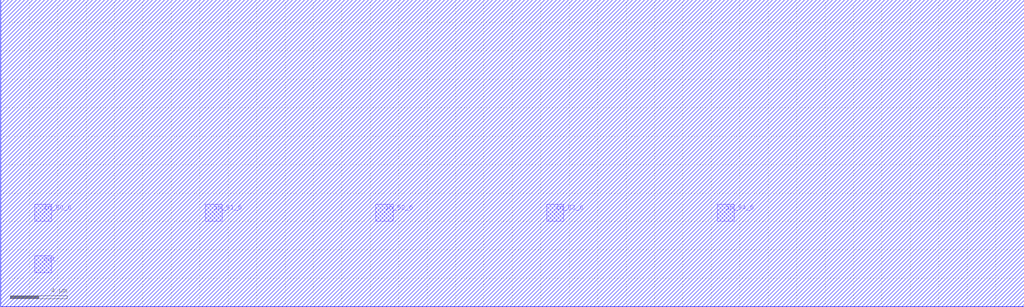
<source format=lef>
VERSION 5.6 ;

BUSBITCHARS "[]" ;

DIVIDERCHAR "/" ;

UNITS
    DATABASE MICRONS 2000 ;
END UNITS

MANUFACTURINGGRID 0.000500 ; 

CLEARANCEMEASURE EUCLIDEAN ; 

USEMINSPACING OBS ON ; 

SITE CoreSite
    CLASS CORE ;
    SIZE 2.400000 BY 2.400000 ;
END CoreSite

LAYER m1
   TYPE ROUTING ;
   DIRECTION HORIZONTAL ;
   MINWIDTH 1.200000 ;
   AREA 0.810000 ;
   WIDTH 1.200000 ;
   SPACING 1.200000 ;
   PITCH 2.400000 2.400000 ;
END m1

LAYER v1
    TYPE CUT ;
    SPACING 0.900000 ;
    WIDTH 0.600000 ;
END v1

LAYER m2
   TYPE ROUTING ;
   DIRECTION VERTICAL ;
   MINWIDTH 1.200000 ;
   AREA 0.810000 ;
   WIDTH 1.200000 ;
   SPACING 1.200000 ;
   PITCH 2.400000 2.400000 ;
END m2

LAYER v2
    TYPE CUT ;
    SPACING 0.900000 ;
    WIDTH 0.600000 ;
END v2

LAYER m3
   TYPE ROUTING ;
   DIRECTION HORIZONTAL ;
   MINWIDTH 1.800000 ;
   AREA 2.250000 ;
   WIDTH 1.800000 ;
   SPACING 1.200000 ;
   PITCH 3.000000 3.000000 ;
END m3

LAYER v3
    TYPE CUT ;
    SPACING 0.900000 ;
    WIDTH 0.600000 ;
END v3

LAYER m4
   TYPE ROUTING ;
   DIRECTION VERTICAL ;
   MINWIDTH 1.200000 ;
   AREA 0.810000 ;
   WIDTH 1.200000 ;
   SPACING 1.200000 ;
   PITCH 2.400000 2.400000 ;
END m4

LAYER v4
    TYPE CUT ;
    SPACING 0.900000 ;
    WIDTH 0.600000 ;
END v4

LAYER m5
   TYPE ROUTING ;
   DIRECTION HORIZONTAL ;
   MINWIDTH 1.800000 ;
   AREA 2.250000 ;
   WIDTH 1.800000 ;
   SPACING 1.200000 ;
   PITCH 3.000000 3.000000 ;
END m5


VIA v1_C DEFAULT
   LAYER m1 ;
     RECT -0.600000 -0.600000 0.600000 0.600000 ;
   LAYER v1 ;
     RECT -0.300000 -0.300000 0.300000 0.300000 ;
   LAYER m2 ;
     RECT -0.600000 -0.600000 0.600000 0.600000 ;
END v1_C

VIA v2_C DEFAULT
   LAYER m2 ;
     RECT -0.600000 -0.600000 0.600000 0.600000 ;
   LAYER v2 ;
     RECT -0.300000 -0.300000 0.300000 0.300000 ;
   LAYER m3 ;
     RECT -0.600000 -0.600000 0.600000 0.600000 ;
END v2_C

VIA v3_C DEFAULT
   LAYER m3 ;
     RECT -0.600000 -0.600000 0.600000 0.600000 ;
   LAYER v3 ;
     RECT -0.300000 -0.300000 0.300000 0.300000 ;
   LAYER m4 ;
     RECT -0.600000 -0.600000 0.600000 0.600000 ;
END v3_C

VIA v4_C DEFAULT
   LAYER m4 ;
     RECT -0.600000 -0.600000 0.600000 0.600000 ;
   LAYER v4 ;
     RECT -0.300000 -0.300000 0.300000 0.300000 ;
   LAYER m5 ;
     RECT -0.600000 -0.600000 0.600000 0.600000 ;
END v4_C

MACRO _0_0cell_0_0g1x0
    CLASS CORE ;
    FOREIGN _0_0cell_0_0g1x0 0.000000 0.000000 ;
    ORIGIN 0.000000 0.000000 ;
    SIZE 7.200000 BY 12.000000 ;
    SYMMETRY X Y ;
    SITE CoreSite ;
    PIN in_50_6
        DIRECTION INPUT ;
        USE SIGNAL ;
        PORT
        LAYER m2 ;
        RECT 2.400000 6.000000 3.600000 7.200000 ;
        END
    END in_50_6
    PIN out
        DIRECTION OUTPUT ;
        USE SIGNAL ;
        PORT
        LAYER m2 ;
        RECT 2.400000 2.400000 3.600000 3.600000 ;
        END
    END out
END _0_0cell_0_0g1x0

MACRO _0_0cell_0_0g1x0_plug
    CLASS CORE ;
    FOREIGN _0_0cell_0_0g1x0_plug 0.000000 0.000000 ;
    ORIGIN 0.000000 0.000000 ;
    SIZE 7.200000 BY 21.600000 ;
    SYMMETRY X Y ;
    SITE CoreSite ;
    PIN in_50_6
        DIRECTION INPUT ;
        USE SIGNAL ;
        PORT
        LAYER m2 ;
        RECT 2.400000 6.000000 3.600000 7.200000 ;
        END
    END in_50_6
    PIN out
        DIRECTION OUTPUT ;
        USE SIGNAL ;
        PORT
        LAYER m2 ;
        RECT 2.400000 2.400000 3.600000 3.600000 ;
        END
    END out
END _0_0cell_0_0g1x0_plug

MACRO _0_0cell_0_0g0x0
    CLASS CORE ;
    FOREIGN _0_0cell_0_0g0x0 0.000000 0.000000 ;
    ORIGIN 0.000000 0.000000 ;
    SIZE 28.800000 BY 12.000000 ;
    SYMMETRY X Y ;
    SITE CoreSite ;
    PIN in_50_6
        DIRECTION INPUT ;
        USE SIGNAL ;
        PORT
        LAYER m2 ;
        RECT 2.400000 6.000000 3.600000 7.200000 ;
        END
    END in_50_6
    PIN in_51_6
        DIRECTION INPUT ;
        USE SIGNAL ;
        PORT
        LAYER m2 ;
        RECT 14.400000 6.000000 15.600000 7.200000 ;
        END
    END in_51_6
    PIN out
        DIRECTION OUTPUT ;
        USE SIGNAL ;
        PORT
        LAYER m2 ;
        RECT 2.400000 2.400000 3.600000 3.600000 ;
        END
    END out
END _0_0cell_0_0g0x0

MACRO _0_0cell_0_0g0x0_plug
    CLASS CORE ;
    FOREIGN _0_0cell_0_0g0x0_plug 0.000000 0.000000 ;
    ORIGIN 0.000000 0.000000 ;
    SIZE 28.800000 BY 21.600000 ;
    SYMMETRY X Y ;
    SITE CoreSite ;
    PIN in_50_6
        DIRECTION INPUT ;
        USE SIGNAL ;
        PORT
        LAYER m2 ;
        RECT 2.400000 6.000000 3.600000 7.200000 ;
        END
    END in_50_6
    PIN in_51_6
        DIRECTION INPUT ;
        USE SIGNAL ;
        PORT
        LAYER m2 ;
        RECT 14.400000 6.000000 15.600000 7.200000 ;
        END
    END in_51_6
    PIN out
        DIRECTION OUTPUT ;
        USE SIGNAL ;
        PORT
        LAYER m2 ;
        RECT 2.400000 2.400000 3.600000 3.600000 ;
        END
    END out
END _0_0cell_0_0g0x0_plug

MACRO _0_0cell_0_0g2x0
    CLASS CORE ;
    FOREIGN _0_0cell_0_0g2x0 0.000000 0.000000 ;
    ORIGIN 0.000000 0.000000 ;
    SIZE 48.000000 BY 12.000000 ;
    SYMMETRY X Y ;
    SITE CoreSite ;
    PIN in_50_6
        DIRECTION INPUT ;
        USE SIGNAL ;
        PORT
        LAYER m2 ;
        RECT 2.400000 6.000000 3.600000 7.200000 ;
        END
    END in_50_6
    PIN in_51_6
        DIRECTION INPUT ;
        USE SIGNAL ;
        PORT
        LAYER m2 ;
        RECT 9.600000 6.000000 10.800000 7.200000 ;
        END
    END in_51_6
    PIN in_52_6
        DIRECTION INPUT ;
        USE SIGNAL ;
        PORT
        LAYER m2 ;
        RECT 16.800000 6.000000 18.000000 7.200000 ;
        END
    END in_52_6
    PIN in_53_6
        DIRECTION INPUT ;
        USE SIGNAL ;
        PORT
        LAYER m2 ;
        RECT 24.000000 6.000000 25.200000 7.200000 ;
        END
    END in_53_6
    PIN in_54_6
        DIRECTION INPUT ;
        USE SIGNAL ;
        PORT
        LAYER m2 ;
        RECT 31.200000 6.000000 32.400000 7.200000 ;
        END
    END in_54_6
    PIN out
        DIRECTION OUTPUT ;
        USE SIGNAL ;
        PORT
        LAYER m2 ;
        RECT 2.400000 2.400000 3.600000 3.600000 ;
        END
    END out
END _0_0cell_0_0g2x0

MACRO _0_0cell_0_0g2x0_plug
    CLASS CORE ;
    FOREIGN _0_0cell_0_0g2x0_plug 0.000000 0.000000 ;
    ORIGIN 0.000000 0.000000 ;
    SIZE 48.000000 BY 21.600000 ;
    SYMMETRY X Y ;
    SITE CoreSite ;
    PIN in_50_6
        DIRECTION INPUT ;
        USE SIGNAL ;
        PORT
        LAYER m2 ;
        RECT 2.400000 6.000000 3.600000 7.200000 ;
        END
    END in_50_6
    PIN in_51_6
        DIRECTION INPUT ;
        USE SIGNAL ;
        PORT
        LAYER m2 ;
        RECT 9.600000 6.000000 10.800000 7.200000 ;
        END
    END in_51_6
    PIN in_52_6
        DIRECTION INPUT ;
        USE SIGNAL ;
        PORT
        LAYER m2 ;
        RECT 16.800000 6.000000 18.000000 7.200000 ;
        END
    END in_52_6
    PIN in_53_6
        DIRECTION INPUT ;
        USE SIGNAL ;
        PORT
        LAYER m2 ;
        RECT 24.000000 6.000000 25.200000 7.200000 ;
        END
    END in_53_6
    PIN in_54_6
        DIRECTION INPUT ;
        USE SIGNAL ;
        PORT
        LAYER m2 ;
        RECT 31.200000 6.000000 32.400000 7.200000 ;
        END
    END in_54_6
    PIN out
        DIRECTION OUTPUT ;
        USE SIGNAL ;
        PORT
        LAYER m2 ;
        RECT 2.400000 2.400000 3.600000 3.600000 ;
        END
    END out
END _0_0cell_0_0g2x0_plug

MACRO _0_0cell_0_0g5x0
    CLASS CORE ;
    FOREIGN _0_0cell_0_0g5x0 0.000000 0.000000 ;
    ORIGIN 0.000000 0.000000 ;
    SIZE 12.000000 BY 12.000000 ;
    SYMMETRY X Y ;
    SITE CoreSite ;
    PIN in_50_6
        DIRECTION INPUT ;
        USE SIGNAL ;
        PORT
        LAYER m2 ;
        RECT 2.400000 6.000000 3.600000 7.200000 ;
        END
    END in_50_6
    PIN in_51_6
        DIRECTION INPUT ;
        USE SIGNAL ;
        PORT
        LAYER m2 ;
        RECT 4.800000 6.000000 6.000000 7.200000 ;
        END
    END in_51_6
    PIN in_52_6
        DIRECTION INPUT ;
        USE SIGNAL ;
        PORT
        LAYER m2 ;
        RECT 7.200000 6.000000 8.400000 7.200000 ;
        END
    END in_52_6
    PIN out
        DIRECTION OUTPUT ;
        USE SIGNAL ;
        PORT
        LAYER m2 ;
        RECT 2.400000 2.400000 3.600000 3.600000 ;
        END
    END out
END _0_0cell_0_0g5x0

MACRO _0_0cell_0_0g5x0_plug
    CLASS CORE ;
    FOREIGN _0_0cell_0_0g5x0_plug 0.000000 0.000000 ;
    ORIGIN 0.000000 0.000000 ;
    SIZE 12.000000 BY 21.600000 ;
    SYMMETRY X Y ;
    SITE CoreSite ;
    PIN in_50_6
        DIRECTION INPUT ;
        USE SIGNAL ;
        PORT
        LAYER m2 ;
        RECT 2.400000 6.000000 3.600000 7.200000 ;
        END
    END in_50_6
    PIN in_51_6
        DIRECTION INPUT ;
        USE SIGNAL ;
        PORT
        LAYER m2 ;
        RECT 4.800000 6.000000 6.000000 7.200000 ;
        END
    END in_51_6
    PIN in_52_6
        DIRECTION INPUT ;
        USE SIGNAL ;
        PORT
        LAYER m2 ;
        RECT 7.200000 6.000000 8.400000 7.200000 ;
        END
    END in_52_6
    PIN out
        DIRECTION OUTPUT ;
        USE SIGNAL ;
        PORT
        LAYER m2 ;
        RECT 2.400000 2.400000 3.600000 3.600000 ;
        END
    END out
END _0_0cell_0_0g5x0_plug

MACRO _0_0cell_0_0g3x0
    CLASS CORE ;
    FOREIGN _0_0cell_0_0g3x0 0.000000 0.000000 ;
    ORIGIN 0.000000 0.000000 ;
    SIZE 60.000000 BY 12.000000 ;
    SYMMETRY X Y ;
    SITE CoreSite ;
    PIN in_50_6
        DIRECTION INPUT ;
        USE SIGNAL ;
        PORT
        LAYER m2 ;
        RECT 2.400000 6.000000 3.600000 7.200000 ;
        END
    END in_50_6
    PIN in_51_6
        DIRECTION INPUT ;
        USE SIGNAL ;
        PORT
        LAYER m2 ;
        RECT 12.000000 6.000000 13.200000 7.200000 ;
        END
    END in_51_6
    PIN in_52_6
        DIRECTION INPUT ;
        USE SIGNAL ;
        PORT
        LAYER m2 ;
        RECT 21.600000 6.000000 22.800000 7.200000 ;
        END
    END in_52_6
    PIN in_53_6
        DIRECTION INPUT ;
        USE SIGNAL ;
        PORT
        LAYER m2 ;
        RECT 31.200000 6.000000 32.400000 7.200000 ;
        END
    END in_53_6
    PIN in_54_6
        DIRECTION INPUT ;
        USE SIGNAL ;
        PORT
        LAYER m2 ;
        RECT 40.800000 6.000000 42.000000 7.200000 ;
        END
    END in_54_6
    PIN out
        DIRECTION OUTPUT ;
        USE SIGNAL ;
        PORT
        LAYER m2 ;
        RECT 2.400000 2.400000 3.600000 3.600000 ;
        END
    END out
END _0_0cell_0_0g3x0

MACRO _0_0cell_0_0g3x0_plug
    CLASS CORE ;
    FOREIGN _0_0cell_0_0g3x0_plug 0.000000 0.000000 ;
    ORIGIN 0.000000 0.000000 ;
    SIZE 60.000000 BY 21.600000 ;
    SYMMETRY X Y ;
    SITE CoreSite ;
    PIN in_50_6
        DIRECTION INPUT ;
        USE SIGNAL ;
        PORT
        LAYER m2 ;
        RECT 2.400000 6.000000 3.600000 7.200000 ;
        END
    END in_50_6
    PIN in_51_6
        DIRECTION INPUT ;
        USE SIGNAL ;
        PORT
        LAYER m2 ;
        RECT 12.000000 6.000000 13.200000 7.200000 ;
        END
    END in_51_6
    PIN in_52_6
        DIRECTION INPUT ;
        USE SIGNAL ;
        PORT
        LAYER m2 ;
        RECT 21.600000 6.000000 22.800000 7.200000 ;
        END
    END in_52_6
    PIN in_53_6
        DIRECTION INPUT ;
        USE SIGNAL ;
        PORT
        LAYER m2 ;
        RECT 31.200000 6.000000 32.400000 7.200000 ;
        END
    END in_53_6
    PIN in_54_6
        DIRECTION INPUT ;
        USE SIGNAL ;
        PORT
        LAYER m2 ;
        RECT 40.800000 6.000000 42.000000 7.200000 ;
        END
    END in_54_6
    PIN out
        DIRECTION OUTPUT ;
        USE SIGNAL ;
        PORT
        LAYER m2 ;
        RECT 2.400000 2.400000 3.600000 3.600000 ;
        END
    END out
END _0_0cell_0_0g3x0_plug

MACRO _0_0cell_0_0g4x0
    CLASS CORE ;
    FOREIGN _0_0cell_0_0g4x0 0.000000 0.000000 ;
    ORIGIN 0.000000 0.000000 ;
    SIZE 72.000000 BY 12.000000 ;
    SYMMETRY X Y ;
    SITE CoreSite ;
    PIN in_50_6
        DIRECTION INPUT ;
        USE SIGNAL ;
        PORT
        LAYER m2 ;
        RECT 2.400000 6.000000 3.600000 7.200000 ;
        END
    END in_50_6
    PIN in_51_6
        DIRECTION INPUT ;
        USE SIGNAL ;
        PORT
        LAYER m2 ;
        RECT 14.400000 6.000000 15.600000 7.200000 ;
        END
    END in_51_6
    PIN in_52_6
        DIRECTION INPUT ;
        USE SIGNAL ;
        PORT
        LAYER m2 ;
        RECT 26.400000 6.000000 27.600000 7.200000 ;
        END
    END in_52_6
    PIN in_53_6
        DIRECTION INPUT ;
        USE SIGNAL ;
        PORT
        LAYER m2 ;
        RECT 38.400000 6.000000 39.600000 7.200000 ;
        END
    END in_53_6
    PIN in_54_6
        DIRECTION INPUT ;
        USE SIGNAL ;
        PORT
        LAYER m2 ;
        RECT 50.400000 6.000000 51.600000 7.200000 ;
        END
    END in_54_6
    PIN out
        DIRECTION OUTPUT ;
        USE SIGNAL ;
        PORT
        LAYER m2 ;
        RECT 2.400000 2.400000 3.600000 3.600000 ;
        END
    END out
END _0_0cell_0_0g4x0

MACRO _0_0cell_0_0g4x0_plug
    CLASS CORE ;
    FOREIGN _0_0cell_0_0g4x0_plug 0.000000 0.000000 ;
    ORIGIN 0.000000 0.000000 ;
    SIZE 72.000000 BY 21.600000 ;
    SYMMETRY X Y ;
    SITE CoreSite ;
    PIN in_50_6
        DIRECTION INPUT ;
        USE SIGNAL ;
        PORT
        LAYER m2 ;
        RECT 2.400000 6.000000 3.600000 7.200000 ;
        END
    END in_50_6
    PIN in_51_6
        DIRECTION INPUT ;
        USE SIGNAL ;
        PORT
        LAYER m2 ;
        RECT 14.400000 6.000000 15.600000 7.200000 ;
        END
    END in_51_6
    PIN in_52_6
        DIRECTION INPUT ;
        USE SIGNAL ;
        PORT
        LAYER m2 ;
        RECT 26.400000 6.000000 27.600000 7.200000 ;
        END
    END in_52_6
    PIN in_53_6
        DIRECTION INPUT ;
        USE SIGNAL ;
        PORT
        LAYER m2 ;
        RECT 38.400000 6.000000 39.600000 7.200000 ;
        END
    END in_53_6
    PIN in_54_6
        DIRECTION INPUT ;
        USE SIGNAL ;
        PORT
        LAYER m2 ;
        RECT 50.400000 6.000000 51.600000 7.200000 ;
        END
    END in_54_6
    PIN out
        DIRECTION OUTPUT ;
        USE SIGNAL ;
        PORT
        LAYER m2 ;
        RECT 2.400000 2.400000 3.600000 3.600000 ;
        END
    END out
END _0_0cell_0_0g4x0_plug

MACRO _0_0cell_0_0g8x0
    CLASS CORE ;
    FOREIGN _0_0cell_0_0g8x0 0.000000 0.000000 ;
    ORIGIN 0.000000 0.000000 ;
    SIZE 36.000000 BY 12.000000 ;
    SYMMETRY X Y ;
    SITE CoreSite ;
    PIN in_50_6
        DIRECTION INPUT ;
        USE SIGNAL ;
        PORT
        LAYER m2 ;
        RECT 2.400000 6.000000 3.600000 7.200000 ;
        END
    END in_50_6
    PIN in_51_6
        DIRECTION INPUT ;
        USE SIGNAL ;
        PORT
        LAYER m2 ;
        RECT 9.600000 6.000000 10.800000 7.200000 ;
        END
    END in_51_6
    PIN in_52_6
        DIRECTION INPUT ;
        USE SIGNAL ;
        PORT
        LAYER m2 ;
        RECT 16.800000 6.000000 18.000000 7.200000 ;
        END
    END in_52_6
    PIN in_53_6
        DIRECTION INPUT ;
        USE SIGNAL ;
        PORT
        LAYER m2 ;
        RECT 24.000000 6.000000 25.200000 7.200000 ;
        END
    END in_53_6
    PIN out
        DIRECTION OUTPUT ;
        USE SIGNAL ;
        PORT
        LAYER m2 ;
        RECT 2.400000 2.400000 3.600000 3.600000 ;
        END
    END out
END _0_0cell_0_0g8x0

MACRO _0_0cell_0_0g8x0_plug
    CLASS CORE ;
    FOREIGN _0_0cell_0_0g8x0_plug 0.000000 0.000000 ;
    ORIGIN 0.000000 0.000000 ;
    SIZE 36.000000 BY 21.600000 ;
    SYMMETRY X Y ;
    SITE CoreSite ;
    PIN in_50_6
        DIRECTION INPUT ;
        USE SIGNAL ;
        PORT
        LAYER m2 ;
        RECT 2.400000 6.000000 3.600000 7.200000 ;
        END
    END in_50_6
    PIN in_51_6
        DIRECTION INPUT ;
        USE SIGNAL ;
        PORT
        LAYER m2 ;
        RECT 9.600000 6.000000 10.800000 7.200000 ;
        END
    END in_51_6
    PIN in_52_6
        DIRECTION INPUT ;
        USE SIGNAL ;
        PORT
        LAYER m2 ;
        RECT 16.800000 6.000000 18.000000 7.200000 ;
        END
    END in_52_6
    PIN in_53_6
        DIRECTION INPUT ;
        USE SIGNAL ;
        PORT
        LAYER m2 ;
        RECT 24.000000 6.000000 25.200000 7.200000 ;
        END
    END in_53_6
    PIN out
        DIRECTION OUTPUT ;
        USE SIGNAL ;
        PORT
        LAYER m2 ;
        RECT 2.400000 2.400000 3.600000 3.600000 ;
        END
    END out
END _0_0cell_0_0g8x0_plug

MACRO _0_0cell_0_0g6x0
    CLASS CORE ;
    FOREIGN _0_0cell_0_0g6x0 0.000000 0.000000 ;
    ORIGIN 0.000000 0.000000 ;
    SIZE 31.200000 BY 12.000000 ;
    SYMMETRY X Y ;
    SITE CoreSite ;
    PIN in_50_6
        DIRECTION INPUT ;
        USE SIGNAL ;
        PORT
        LAYER m2 ;
        RECT 2.400000 6.000000 3.600000 7.200000 ;
        END
    END in_50_6
    PIN in_51_6
        DIRECTION INPUT ;
        USE SIGNAL ;
        PORT
        LAYER m2 ;
        RECT 9.600000 6.000000 10.800000 7.200000 ;
        END
    END in_51_6
    PIN in_52_6
        DIRECTION INPUT ;
        USE SIGNAL ;
        PORT
        LAYER m2 ;
        RECT 16.800000 6.000000 18.000000 7.200000 ;
        END
    END in_52_6
    PIN out
        DIRECTION OUTPUT ;
        USE SIGNAL ;
        PORT
        LAYER m2 ;
        RECT 2.400000 2.400000 3.600000 3.600000 ;
        END
    END out
END _0_0cell_0_0g6x0

MACRO _0_0cell_0_0g6x0_plug
    CLASS CORE ;
    FOREIGN _0_0cell_0_0g6x0_plug 0.000000 0.000000 ;
    ORIGIN 0.000000 0.000000 ;
    SIZE 31.200000 BY 21.600000 ;
    SYMMETRY X Y ;
    SITE CoreSite ;
    PIN in_50_6
        DIRECTION INPUT ;
        USE SIGNAL ;
        PORT
        LAYER m2 ;
        RECT 2.400000 6.000000 3.600000 7.200000 ;
        END
    END in_50_6
    PIN in_51_6
        DIRECTION INPUT ;
        USE SIGNAL ;
        PORT
        LAYER m2 ;
        RECT 9.600000 6.000000 10.800000 7.200000 ;
        END
    END in_51_6
    PIN in_52_6
        DIRECTION INPUT ;
        USE SIGNAL ;
        PORT
        LAYER m2 ;
        RECT 16.800000 6.000000 18.000000 7.200000 ;
        END
    END in_52_6
    PIN out
        DIRECTION OUTPUT ;
        USE SIGNAL ;
        PORT
        LAYER m2 ;
        RECT 2.400000 2.400000 3.600000 3.600000 ;
        END
    END out
END _0_0cell_0_0g6x0_plug

MACRO _0_0cell_0_0g7x0
    CLASS CORE ;
    FOREIGN _0_0cell_0_0g7x0 0.000000 0.000000 ;
    ORIGIN 0.000000 0.000000 ;
    SIZE 9.600000 BY 12.000000 ;
    SYMMETRY X Y ;
    SITE CoreSite ;
    PIN in_50_6
        DIRECTION INPUT ;
        USE SIGNAL ;
        PORT
        LAYER m2 ;
        RECT 2.400000 6.000000 3.600000 7.200000 ;
        END
    END in_50_6
    PIN in_51_6
        DIRECTION INPUT ;
        USE SIGNAL ;
        PORT
        LAYER m2 ;
        RECT 4.800000 6.000000 6.000000 7.200000 ;
        END
    END in_51_6
    PIN out
        DIRECTION OUTPUT ;
        USE SIGNAL ;
        PORT
        LAYER m2 ;
        RECT 2.400000 2.400000 3.600000 3.600000 ;
        END
    END out
END _0_0cell_0_0g7x0

MACRO _0_0cell_0_0g7x0_plug
    CLASS CORE ;
    FOREIGN _0_0cell_0_0g7x0_plug 0.000000 0.000000 ;
    ORIGIN 0.000000 0.000000 ;
    SIZE 9.600000 BY 21.600000 ;
    SYMMETRY X Y ;
    SITE CoreSite ;
    PIN in_50_6
        DIRECTION INPUT ;
        USE SIGNAL ;
        PORT
        LAYER m2 ;
        RECT 2.400000 6.000000 3.600000 7.200000 ;
        END
    END in_50_6
    PIN in_51_6
        DIRECTION INPUT ;
        USE SIGNAL ;
        PORT
        LAYER m2 ;
        RECT 4.800000 6.000000 6.000000 7.200000 ;
        END
    END in_51_6
    PIN out
        DIRECTION OUTPUT ;
        USE SIGNAL ;
        PORT
        LAYER m2 ;
        RECT 2.400000 2.400000 3.600000 3.600000 ;
        END
    END out
END _0_0cell_0_0g7x0_plug

MACRO _0_0cell_0_0g9x0
    CLASS CORE ;
    FOREIGN _0_0cell_0_0g9x0 0.000000 0.000000 ;
    ORIGIN 0.000000 0.000000 ;
    SIZE 28.800000 BY 12.000000 ;
    SYMMETRY X Y ;
    SITE CoreSite ;
    PIN in_50_6
        DIRECTION INPUT ;
        USE SIGNAL ;
        PORT
        LAYER m2 ;
        RECT 2.400000 6.000000 3.600000 7.200000 ;
        END
    END in_50_6
    PIN in_51_6
        DIRECTION INPUT ;
        USE SIGNAL ;
        PORT
        LAYER m2 ;
        RECT 9.600000 6.000000 10.800000 7.200000 ;
        END
    END in_51_6
    PIN in_52_6
        DIRECTION INPUT ;
        USE SIGNAL ;
        PORT
        LAYER m2 ;
        RECT 16.800000 6.000000 18.000000 7.200000 ;
        END
    END in_52_6
    PIN out
        DIRECTION OUTPUT ;
        USE SIGNAL ;
        PORT
        LAYER m2 ;
        RECT 2.400000 2.400000 3.600000 3.600000 ;
        END
    END out
END _0_0cell_0_0g9x0

MACRO _0_0cell_0_0g9x0_plug
    CLASS CORE ;
    FOREIGN _0_0cell_0_0g9x0_plug 0.000000 0.000000 ;
    ORIGIN 0.000000 0.000000 ;
    SIZE 28.800000 BY 21.600000 ;
    SYMMETRY X Y ;
    SITE CoreSite ;
    PIN in_50_6
        DIRECTION INPUT ;
        USE SIGNAL ;
        PORT
        LAYER m2 ;
        RECT 2.400000 6.000000 3.600000 7.200000 ;
        END
    END in_50_6
    PIN in_51_6
        DIRECTION INPUT ;
        USE SIGNAL ;
        PORT
        LAYER m2 ;
        RECT 9.600000 6.000000 10.800000 7.200000 ;
        END
    END in_51_6
    PIN in_52_6
        DIRECTION INPUT ;
        USE SIGNAL ;
        PORT
        LAYER m2 ;
        RECT 16.800000 6.000000 18.000000 7.200000 ;
        END
    END in_52_6
    PIN out
        DIRECTION OUTPUT ;
        USE SIGNAL ;
        PORT
        LAYER m2 ;
        RECT 2.400000 2.400000 3.600000 3.600000 ;
        END
    END out
END _0_0cell_0_0g9x0_plug

MACRO _0_0cell_0_0g10x0
    CLASS CORE ;
    FOREIGN _0_0cell_0_0g10x0 0.000000 0.000000 ;
    ORIGIN 0.000000 0.000000 ;
    SIZE 12.000000 BY 12.000000 ;
    SYMMETRY X Y ;
    SITE CoreSite ;
    PIN in_50_6
        DIRECTION INPUT ;
        USE SIGNAL ;
        PORT
        LAYER m2 ;
        RECT 2.400000 6.000000 3.600000 7.200000 ;
        END
    END in_50_6
    PIN in_51_6
        DIRECTION INPUT ;
        USE SIGNAL ;
        PORT
        LAYER m2 ;
        RECT 4.800000 6.000000 6.000000 7.200000 ;
        END
    END in_51_6
    PIN in_52_6
        DIRECTION INPUT ;
        USE SIGNAL ;
        PORT
        LAYER m2 ;
        RECT 7.200000 6.000000 8.400000 7.200000 ;
        END
    END in_52_6
    PIN out
        DIRECTION OUTPUT ;
        USE SIGNAL ;
        PORT
        LAYER m2 ;
        RECT 2.400000 2.400000 3.600000 3.600000 ;
        END
    END out
END _0_0cell_0_0g10x0

MACRO _0_0cell_0_0g10x0_plug
    CLASS CORE ;
    FOREIGN _0_0cell_0_0g10x0_plug 0.000000 0.000000 ;
    ORIGIN 0.000000 0.000000 ;
    SIZE 12.000000 BY 21.600000 ;
    SYMMETRY X Y ;
    SITE CoreSite ;
    PIN in_50_6
        DIRECTION INPUT ;
        USE SIGNAL ;
        PORT
        LAYER m2 ;
        RECT 2.400000 6.000000 3.600000 7.200000 ;
        END
    END in_50_6
    PIN in_51_6
        DIRECTION INPUT ;
        USE SIGNAL ;
        PORT
        LAYER m2 ;
        RECT 4.800000 6.000000 6.000000 7.200000 ;
        END
    END in_51_6
    PIN in_52_6
        DIRECTION INPUT ;
        USE SIGNAL ;
        PORT
        LAYER m2 ;
        RECT 7.200000 6.000000 8.400000 7.200000 ;
        END
    END in_52_6
    PIN out
        DIRECTION OUTPUT ;
        USE SIGNAL ;
        PORT
        LAYER m2 ;
        RECT 2.400000 2.400000 3.600000 3.600000 ;
        END
    END out
END _0_0cell_0_0g10x0_plug


</source>
